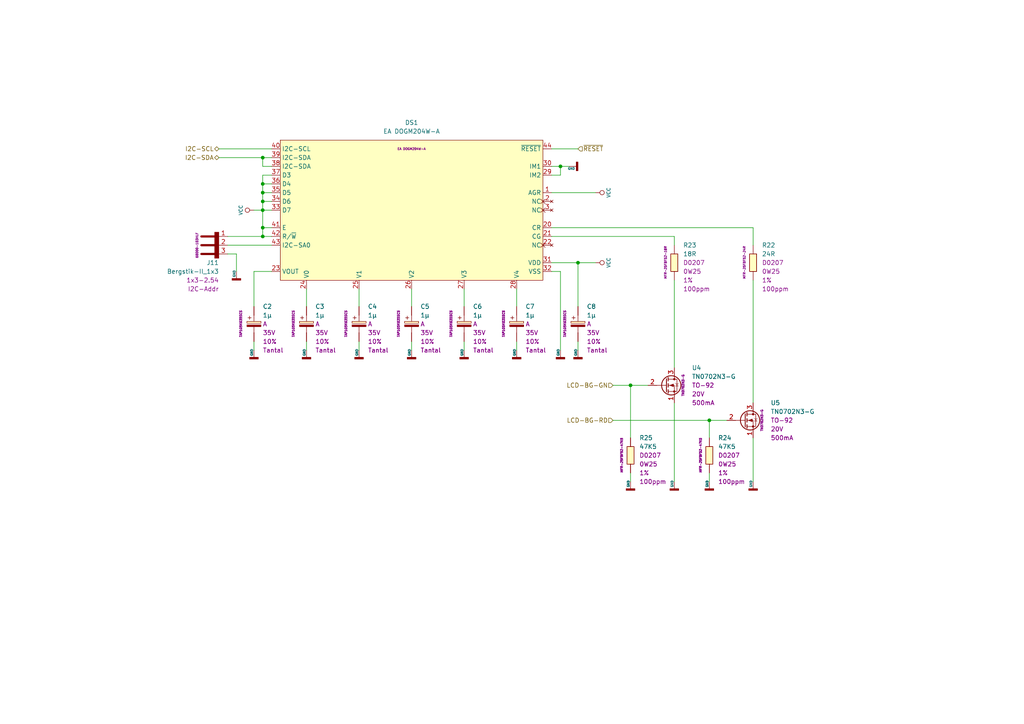
<source format=kicad_sch>
(kicad_sch (version 20231120) (generator "eeschema") (generator_version "8.0")
  (paper "A4")
  (lib_symbols
    (symbol "C.AVX.TAP:1µ.35V" (pin_numbers hide) (pin_names (offset 1.016) hide)
      (property "Reference" "C" (at 2.54 5.08 0))
      (property "Value" "1µ" (at 2.54 2.54 0))
      (property "Package" "A" (at 2.54 0 0))
      (property "Voltage" "35V" (at 2.54 -2.54 0))
      (property "Tolerance" "10%" (at 2.54 -5.08 0))
      (property "Dielectric" "Tantal" (at 2.54 -7.62 0))
      (property "ID" "TAP105K035SCS" (at -3.81 0 90))
      (symbol "1µ.35V_0_0"
        (text "+" (at -1.27 1.905 0) (effects (font (size 1.27 1.27))))
      )
      (symbol "1µ.35V_0_1"
        (rectangle (start -2.032 -0.254) (end 2.032 -0.762) (stroke (width 0.1524)) (fill (type outline)))
        (rectangle (start -2.032 0.254) (end 2.032 0.762) (stroke (width 0.1524)) (fill (type background)))
        (polyline (pts (xy 0 -2.54) (xy 0 -0.762)) (stroke (width 0.1524)))
        (polyline (pts (xy 0 0.762) (xy 0 2.54)) (stroke (width 0.1524)))
      )
      (symbol "1µ.35V_1_1"
        (pin passive line (at 0 5.08 270) (length 2.54) (name "~") (number "1"))
        (pin passive line (at 0 -5.08 90) (length 2.54) (name "~") (number "2"))
      )
    )
    (symbol "DS:EA-DOGM204W-A"
      (property "Reference" "DS" (at 0 25.4 0))
      (property "Value" "EA DOGM204W-A" (at 0 22.86 0))
      (property "ID" "EA DOGM204W-A" (at 0 17.78 0))
      (symbol "EA-DOGM204W-A_0_1"
        (rectangle (start -38.1 20.32) (end 38.1 -20.32) (fill (type background)))
      )
      (symbol "EA-DOGM204W-A_1_1"
        (pin passive line (at 40.64 5.08 180) (length 2.54) (name "A1") (number "1") (alternate "AGR" passive line) (alternate "NC" no_connect non_logic))
        (pin passive line (at 40.64 2.54 180) (length 2.54) (name "A2") (number "2") (alternate "NC" no_connect non_logic))
        (pin passive line (at 40.64 -5.08 180) (length 2.54) (name "C1") (number "20") (alternate "CR" passive line) (alternate "NC" no_connect non_logic))
        (pin passive line (at 40.64 -7.62 180) (length 2.54) (name "C2") (number "21") (alternate "CG" passive line) (alternate "NC" no_connect non_logic))
        (pin passive line (at 40.64 -10.16 180) (length 2.54) (name "C3") (number "22") (alternate "NC" no_connect non_logic))
        (pin passive line (at -40.64 -17.78 0) (length 2.54) (name "VOUT") (number "23"))
        (pin passive line (at -30.48 -22.86 90) (length 2.54) (name "V0") (number "24"))
        (pin passive line (at -15.24 -22.86 90) (length 2.54) (name "V1") (number "25"))
        (pin passive line (at 0 -22.86 90) (length 2.54) (name "V2") (number "26"))
        (pin passive line (at 15.24 -22.86 90) (length 2.54) (name "V3") (number "27"))
        (pin passive line (at 30.48 -22.86 90) (length 2.54) (name "V4") (number "28"))
        (pin input line (at 40.64 10.16 180) (length 2.54) (name "IM2") (number "29"))
        (pin passive line (at 40.64 0 180) (length 2.54) (name "A3") (number "3") (alternate "NC" no_connect non_logic))
        (pin input line (at 40.64 12.7 180) (length 2.54) (name "IM1") (number "30"))
        (pin power_in line (at 40.64 -15.24 180) (length 2.54) (name "VDD") (number "31"))
        (pin power_in line (at 40.64 -17.78 180) (length 2.54) (name "VSS") (number "32"))
        (pin input line (at -40.64 0 0) (length 2.54) (name "D7") (number "33") (alternate "NC" no_connect line))
        (pin input line (at -40.64 2.54 0) (length 2.54) (name "D6") (number "34"))
        (pin input line (at -40.64 5.08 0) (length 2.54) (name "D5") (number "35") (alternate "NC" no_connect line))
        (pin input line (at -40.64 7.62 0) (length 2.54) (name "D4") (number "36"))
        (pin input line (at -40.64 10.16 0) (length 2.54) (name "D3") (number "37"))
        (pin input line (at -40.64 12.7 0) (length 2.54) (name "D2") (number "38") (alternate "I2C-SDA" open_collector line))
        (pin input line (at -40.64 15.24 0) (length 2.54) (name "D1") (number "39") (alternate "I2C-SDA" open_collector line))
        (pin input line (at -40.64 17.78 0) (length 2.54) (name "D0") (number "40") (alternate "I2C-SCL" open_collector line))
        (pin input line (at -40.64 -5.08 0) (length 2.54) (name "E") (number "41"))
        (pin input line (at -40.64 -7.62 0) (length 2.54) (name "R/~{W}") (number "42"))
        (pin input line (at -40.64 -10.16 0) (length 2.54) (name "RS") (number "43") (alternate "I2C-SA0" input line))
        (pin input line (at 40.64 17.78 180) (length 2.54) (name "~{RESET}") (number "44"))
      )
    )
    (symbol "J.PinHeader:Bergstik-II_1x3" (pin_names (offset 0.002) hide)
      (property "Reference" "J" (at -2.54 -5.08 0))
      (property "Value" "Bergstik-II_1x3" (at -2.54 -7.62 0))
      (property "Package" "1x3-2.54" (at -2.54 -10.16 0))
      (property "Usage" "Usage" (at -2.54 -12.7 0))
      (property "ID" "68000-103HLF" (at 3.81 0 90))
      (symbol "Bergstik-II_1x3_0_1"
        (rectangle (start -2.54 3.81) (end -1.27 -3.81) (stroke (width 0.0005)) (fill (type outline)))
        (polyline (pts (xy -1.27 -2.54) (xy 2.54 -2.54)) (stroke (width 0.635)))
        (polyline (pts (xy -1.27 0) (xy 2.54 0)) (stroke (width 0.635)))
        (polyline (pts (xy -1.27 2.54) (xy 2.54 2.54)) (stroke (width 0.635)))
      )
      (symbol "Bergstik-II_1x3_1_1"
        (pin passive line (at -5.08 2.54 0) (length 2.54) (name "A1") (number "1"))
        (pin passive line (at -5.08 0 0) (length 2.54) (name "A2") (number "2"))
        (pin passive line (at -5.08 -2.54 0) (length 2.54) (name "A3") (number "3"))
      )
    )
    (symbol "Q:TN0702N3-G" (pin_names hide)
      (property "Reference" "U" (at 5.08 5.08 0))
      (property "Value" "TN0702N3-G" (at 5.08 2.54 0))
      (property "Package" "TO-92" (at 5.08 0 0))
      (property "ID" "TN0702N3-G" (at 2.54 0 90))
      (property "Voltage" "20V" (at 5.08 -2.54 0))
      (property "Current" "500mA" (at 5.08 -5.08 0))
      (symbol "TN0702N3-G_0_1"
        (circle (center -0.889 0) (radius 2.794) (stroke (width 0.254)))
        (circle (center 0 -1.778) (radius 0.254) (fill (type outline)))
        (polyline (pts (xy -2.286 0) (xy -5.08 0)))
        (polyline (pts (xy -2.286 1.905) (xy -2.286 -1.905)) (stroke (width 0.254)))
        (polyline (pts (xy -1.778 -1.27) (xy -1.778 -2.286)) (stroke (width 0.254)))
        (polyline (pts (xy -1.778 0.508) (xy -1.778 -0.508)) (stroke (width 0.254)))
        (polyline (pts (xy -1.778 2.286) (xy -1.778 1.27)) (stroke (width 0.254)))
        (polyline (pts (xy 0 2.54) (xy 0 1.778)))
        (polyline (pts (xy 0 -2.54) (xy 0 0) (xy -1.778 0)))
        (polyline (pts (xy -1.778 1.778) (xy 0.762 1.778) (xy 0.762 -1.778) (xy -1.778 -1.778)))
        (circle (center 0 1.778) (radius 0.254) (fill (type outline)))
      )
      (symbol "TN0702N3-G_1_1"
        (polyline (pts (xy -1.27 0) (xy -0.254 0.381) (xy -0.254 -0.381) (xy -1.27 0)) (fill (type outline)))
        (polyline (pts (xy 0.254 0.635) (xy 0.381 0.508) (xy 1.143 0.508) (xy 1.27 0.381)) (stroke (width 0.0254)))
        (polyline (pts (xy 0.762 0.381) (xy 0.381 -0.254) (xy 1.143 -0.254) (xy 0.762 0.381)) (stroke (width 0.0254)))
        (pin passive line (at 0 -5.08 90) (length 2.54) (name "S") (number "1"))
        (pin input line (at -7.62 0 0) (length 2.54) (name "G") (number "2"))
        (pin passive line (at 0 5.08 270) (length 2.54) (name "D") (number "3"))
      )
    )
    (symbol "R.Yageo.MFR25:MFR-25FBF52-18R" (pin_numbers hide) (pin_names (offset 1.016) hide)
      (property "Reference" "R" (at 2.54 5.08 0))
      (property "Value" "18R" (at 2.54 2.54 0))
      (property "ID" "MFR-25FBF52-18R" (at -2.54 0 90))
      (property "Package" "D0207" (at 2.54 0 0))
      (property "Power" "0W25" (at 2.54 -2.54 0))
      (property "Tolerance" "1%" (at 2.54 -5.08 0))
      (property "TK" "100ppm" (at 2.54 -7.62 0))
      (symbol "MFR-25FBF52-18R_0_1"
        (rectangle (start -1.016 2.54) (end 1.016 -2.54) (stroke (width 0.2032)) (fill (type background)))
      )
      (symbol "MFR-25FBF52-18R_1_1"
        (pin passive line (at 0 5.08 270) (length 2.54) (name "~") (number "1"))
        (pin passive line (at 0 -5.08 90) (length 2.54) (name "~") (number "2"))
      )
    )
    (symbol "R.Yageo.MFR25:MFR-25FBF52-24R" (pin_numbers hide) (pin_names (offset 1.016) hide)
      (property "Reference" "R" (at 2.54 5.08 0))
      (property "Value" "24R" (at 2.54 2.54 0))
      (property "ID" "MFR-25FBF52-24R" (at -2.54 0 90))
      (property "Package" "D0207" (at 2.54 0 0))
      (property "Power" "0W25" (at 2.54 -2.54 0))
      (property "Tolerance" "1%" (at 2.54 -5.08 0))
      (property "TK" "100ppm" (at 2.54 -7.62 0))
      (symbol "MFR-25FBF52-24R_0_1"
        (rectangle (start -1.016 2.54) (end 1.016 -2.54) (stroke (width 0.2032)) (fill (type background)))
      )
      (symbol "MFR-25FBF52-24R_1_1"
        (pin passive line (at 0 5.08 270) (length 2.54) (name "~") (number "1"))
        (pin passive line (at 0 -5.08 90) (length 2.54) (name "~") (number "2"))
      )
    )
    (symbol "R.Yageo.MFR25:MFR-25FBF52-47K5" (pin_numbers hide) (pin_names (offset 1.016) hide)
      (property "Reference" "R" (at 2.54 5.08 0))
      (property "Value" "47K5" (at 2.54 2.54 0))
      (property "ID" "MFR-25FBF52-47K5" (at -2.54 0 90))
      (property "Package" "D0207" (at 2.54 0 0))
      (property "Power" "0W25" (at 2.54 -2.54 0))
      (property "Tolerance" "1%" (at 2.54 -5.08 0))
      (property "TK" "100ppm" (at 2.54 -7.62 0))
      (symbol "MFR-25FBF52-47K5_0_1"
        (rectangle (start -1.016 2.54) (end 1.016 -2.54) (stroke (width 0.2032)) (fill (type background)))
      )
      (symbol "MFR-25FBF52-47K5_1_1"
        (pin passive line (at 0 5.08 270) (length 2.54) (name "~") (number "1"))
        (pin passive line (at 0 -5.08 90) (length 2.54) (name "~") (number "2"))
      )
    )
    (symbol "Supply:GND" (power) (pin_numbers hide) (pin_names (offset 0) hide)
      (property "Value" "GND" (at -0.635 -0.635 90))
      (symbol "GND_0_1"
        (rectangle (start -1.27 -2.032) (end 1.27 -2.54) (stroke (width 0.1524)) (fill (type outline)))
        (polyline (pts (xy 0 0) (xy 0 -2.032)) (stroke (width 0.1524)))
      )
      (symbol "GND_1_1"
        (pin power_in line (at 0 0 270) (length 0) hide (name "GND") (number "1"))
      )
    )
    (symbol "Supply:VCC" (power) (pin_numbers hide) (pin_names (offset 0) hide)
      (property "Value" "VCC" (at 0 3.81 0))
      (symbol "VCC_0_1"
        (polyline (pts (xy 0 0) (xy 0 1.27)))
        (circle (center 0 1.905) (radius 0.635))
      )
      (symbol "VCC_1_1"
        (pin power_in line (at 0 0 90) (length 0) hide (name "VCC") (number "1"))
      )
    )
  )
  (junction (at 76.2 45.72))
  (junction (at 76.2 60.96))
  (junction (at 76.2 66.04))
  (junction (at 167.64 76.2))
  (junction (at 76.2 53.34))
  (junction (at 76.2 68.58))
  (junction (at 76.2 58.42))
  (junction (at 205.74 121.92))
  (junction (at 182.88 111.76))
  (junction (at 162.56 48.26))
  (junction (at 76.2 55.88))
  (wire (pts (xy 162.56 78.74) (xy 162.56 101.6)))
  (wire (pts (xy 160.02 48.26) (xy 162.56 48.26)))
  (wire (pts (xy 134.62 99.06) (xy 134.62 101.6)))
  (wire (pts (xy 167.64 76.2) (xy 167.64 88.9)))
  (wire (pts (xy 76.2 66.04) (xy 78.74 66.04)))
  (wire (pts (xy 160.02 55.88) (xy 172.72 55.88)))
  (wire (pts (xy 73.66 99.06) (xy 73.66 101.6)))
  (wire (pts (xy 119.38 99.06) (xy 119.38 101.6)))
  (wire (pts (xy 162.56 48.26) (xy 162.56 50.8)))
  (wire (pts (xy 76.2 58.42) (xy 78.74 58.42)))
  (wire (pts (xy 134.62 83.82) (xy 134.62 88.9)))
  (wire (pts (xy 63.5 43.18) (xy 78.74 43.18)))
  (wire (pts (xy 76.2 55.88) (xy 76.2 58.42)))
  (wire (pts (xy 218.44 81.28) (xy 218.44 116.84)))
  (wire (pts (xy 104.14 99.06) (xy 104.14 101.6)))
  (wire (pts (xy 76.2 50.8) (xy 76.2 53.34)))
  (wire (pts (xy 182.88 111.76) (xy 187.96 111.76)))
  (wire (pts (xy 76.2 53.34) (xy 78.74 53.34)))
  (wire (pts (xy 76.2 45.72) (xy 78.74 45.72)))
  (wire (pts (xy 76.2 68.58) (xy 78.74 68.58)))
  (wire (pts (xy 149.86 83.82) (xy 149.86 88.9)))
  (wire (pts (xy 195.58 68.58) (xy 195.58 71.12)))
  (wire (pts (xy 167.64 99.06) (xy 167.64 101.6)))
  (wire (pts (xy 182.88 137.16) (xy 182.88 139.7)))
  (wire (pts (xy 167.64 76.2) (xy 172.72 76.2)))
  (wire (pts (xy 160.02 43.18) (xy 167.64 43.18)))
  (wire (pts (xy 162.56 48.26) (xy 165.1 48.26)))
  (wire (pts (xy 76.2 60.96) (xy 78.74 60.96)))
  (wire (pts (xy 73.66 60.96) (xy 76.2 60.96)))
  (wire (pts (xy 195.58 81.28) (xy 195.58 106.68)))
  (wire (pts (xy 73.66 78.74) (xy 78.74 78.74)))
  (wire (pts (xy 76.2 45.72) (xy 76.2 48.26)))
  (wire (pts (xy 177.8 121.92) (xy 205.74 121.92)))
  (wire (pts (xy 182.88 111.76) (xy 182.88 127)))
  (wire (pts (xy 76.2 48.26) (xy 78.74 48.26)))
  (wire (pts (xy 160.02 76.2) (xy 167.64 76.2)))
  (wire (pts (xy 205.74 121.92) (xy 210.82 121.92)))
  (wire (pts (xy 76.2 60.96) (xy 76.2 66.04)))
  (wire (pts (xy 160.02 50.8) (xy 162.56 50.8)))
  (wire (pts (xy 88.9 83.82) (xy 88.9 88.9)))
  (wire (pts (xy 68.58 73.66) (xy 68.58 78.74)))
  (wire (pts (xy 63.5 45.72) (xy 76.2 45.72)))
  (wire (pts (xy 218.44 66.04) (xy 218.44 71.12)))
  (wire (pts (xy 66.04 73.66) (xy 68.58 73.66)))
  (wire (pts (xy 205.74 121.92) (xy 205.74 127)))
  (wire (pts (xy 160.02 78.74) (xy 162.56 78.74)))
  (wire (pts (xy 76.2 58.42) (xy 76.2 60.96)))
  (wire (pts (xy 76.2 55.88) (xy 78.74 55.88)))
  (wire (pts (xy 88.9 99.06) (xy 88.9 101.6)))
  (wire (pts (xy 218.44 127) (xy 218.44 139.7)))
  (wire (pts (xy 160.02 68.58) (xy 195.58 68.58)))
  (wire (pts (xy 119.38 83.82) (xy 119.38 88.9)))
  (wire (pts (xy 160.02 66.04) (xy 218.44 66.04)))
  (wire (pts (xy 76.2 53.34) (xy 76.2 55.88)))
  (wire (pts (xy 76.2 66.04) (xy 76.2 68.58)))
  (wire (pts (xy 104.14 83.82) (xy 104.14 88.9)))
  (wire (pts (xy 195.58 116.84) (xy 195.58 139.7)))
  (wire (pts (xy 66.04 68.58) (xy 76.2 68.58)))
  (wire (pts (xy 66.04 71.12) (xy 78.74 71.12)))
  (wire (pts (xy 73.66 78.74) (xy 73.66 88.9)))
  (wire (pts (xy 177.8 111.76) (xy 182.88 111.76)))
  (wire (pts (xy 205.74 137.16) (xy 205.74 139.7)))
  (wire (pts (xy 76.2 50.8) (xy 78.74 50.8)))
  (wire (pts (xy 149.86 99.06) (xy 149.86 101.6)))
  (hierarchical_label "LCD-BG-RD" (shape input) (at 177.8 121.92 180))
  (hierarchical_label "I2C-SCL" (shape bidirectional) (at 63.5 43.18 180))
  (hierarchical_label "I2C-SDA" (shape bidirectional) (at 63.5 45.72 180))
  (hierarchical_label "~{RESET}" (shape input) (at 167.64 43.18 0))
  (hierarchical_label "LCD-BG-GN" (shape input) (at 177.8 111.76 180))
  (symbol (lib_id "Supply:GND") (at 162.56 101.6 0) (unit 1)
    (property "Reference" "#PWR032" (effects (hide yes)))
    (property "Value" "GND" (at 161.925 102.235 90) (effects (font (size 0.635 0.635))))
    (property "Description" "Power flag, ground" (effects (hide yes)))
  )
  (symbol (lib_id "Supply:GND") (at 182.88 139.7 0) (unit 1)
    (property "Reference" "#PWR047" (effects (hide yes)))
    (property "Value" "GND" (at 182.245 140.335 90) (effects (font (size 0.635 0.635))))
    (property "Description" "Power flag, ground" (effects (hide yes)))
  )
  (symbol (lib_id "C.AVX.TAP:1µ.35V") (at 149.86 93.98 0) (unit 1)
    (property "Reference" "C7" (at 152.4 88.9 0) (effects (justify left)))
    (property "Value" "1µ" (at 152.4 91.44 0) (effects (justify left)))
    (property "Footprint" "Capacitor_THT:CP_Radial_Tantal_D4.5mm_P2.50mm" (effects (hide yes)))
    (property "Datasheet" "https://datasheets.kyocera-avx.com/tap.pdf" (effects (hide yes)))
    (property "Description" "SOLID TANTALUM RESIN DIPPED TAP/TEP" (effects (hide yes)))
    (property "Package" "A" (at 152.4 93.98 0) (effects (justify left)))
    (property "Voltage" "35V" (at 152.4 96.52 0) (effects (justify left)))
    (property "Tolerance" "10%" (at 152.4 99.06 0) (effects (justify left)))
    (property "Dielectric" "Tantal" (at 152.4 101.6 0) (effects (justify left)))
    (property "ID" "TAP105K035SCS" (at 146.05 93.98 90) (effects (font (size 0.635 0.635) (italic yes))))
  )
  (symbol (lib_id "J.PinHeader:Bergstik-II_1x3") (at 60.96 71.12 0) (mirror y) (unit 1)
    (property "Reference" "J11" (at 63.5 76.2 0) (effects (justify left)))
    (property "Value" "Bergstik-II_1x3" (at 63.5 78.74 0) (effects (justify left)))
    (property "Footprint" "Connector_PinHeader_2.54mm:PinHeader_1x03_P2.54mm_Vertical" (effects (hide yes)))
    (property "Datasheet" "https://cdn.amphenol-icc.com/media/wysiwyg/files/drawing/68000.pdf?__cf_chl_jschl_tk__=264da0a199af1bdefb04026963ad3c85a073036f-1615910483-0-AaX8LtgG8apEDzGIqgzQ0aoAKWkj50oj4JyeD-4a-BjpVTotUkz0b9CwK48SctxW9RfQ29uHK-g8U4Q7W950UfkLI47M2h-zbxXP0QVGLOROToQCZGWcFC-c_QilEUacZTRKDvvL4FAsQqyycsf3m4Eg-isf3_QP12ONd_wWQcMNK-LuQ3eyU0ZB_uGz-1tHBPJYyv3B6ZQ-xQw3v8oWI_eE_zzEWbIWrLFoFf6eZXoAoT5Y4wJiyDXoV-vBmq5F4mSG8H7EqnWkU4EpxDA2-swokem-Q60MTknd4E9RK0nSmJU_PhEDac0Sb3Im75HD1QHXcTu1yMJzQCNpgpofH-wmgz79VfPk4ttpW38ZPDdPIxv_B7gR4gWWdhvgQyW6byYqLE8E5a8tpA31lZkCN19ufDO8SqP6UAFJscCeeydKEgOe2Ksu_LJQubib6v3-6A" (effects (hide yes)))
    (property "Description" "Jumper, 3-pole, open" (effects (hide yes)))
    (property "Package" "1x3-2.54" (at 63.5 81.28 0) (effects (justify left)))
    (property "Usage" "I2C-Addr" (at 63.5 83.82 0) (effects (justify left)))
    (property "ID" "68000-103HLF" (at 57.15 71.12 90) (effects (font (size 0.635 0.635))))
  )
  (symbol (lib_id "Supply:GND") (at 205.74 139.7 0) (unit 1)
    (property "Reference" "#PWR048" (effects (hide yes)))
    (property "Value" "GND" (at 205.105 140.335 90) (effects (font (size 0.635 0.635))))
    (property "Description" "Power flag, ground" (effects (hide yes)))
  )
  (symbol (lib_id "C.AVX.TAP:1µ.35V") (at 104.14 93.98 0) (unit 1)
    (property "Reference" "C4" (at 106.68 88.9 0) (effects (justify left)))
    (property "Value" "1µ" (at 106.68 91.44 0) (effects (justify left)))
    (property "Footprint" "Capacitor_THT:CP_Radial_Tantal_D4.5mm_P2.50mm" (effects (hide yes)))
    (property "Datasheet" "https://datasheets.kyocera-avx.com/tap.pdf" (effects (hide yes)))
    (property "Description" "SOLID TANTALUM RESIN DIPPED TAP/TEP" (effects (hide yes)))
    (property "Package" "A" (at 106.68 93.98 0) (effects (justify left)))
    (property "Voltage" "35V" (at 106.68 96.52 0) (effects (justify left)))
    (property "Tolerance" "10%" (at 106.68 99.06 0) (effects (justify left)))
    (property "Dielectric" "Tantal" (at 106.68 101.6 0) (effects (justify left)))
    (property "ID" "TAP105K035SCS" (at 100.33 93.98 90) (effects (font (size 0.635 0.635) (italic yes))))
  )
  (symbol (lib_id "Supply:VCC") (at 172.72 76.2 270) (unit 1)
    (property "Reference" "#PWR035" (effects (hide yes)))
    (property "Value" "VCC" (at 176.53 76.2 0) (effects (font (size 1.016 1.016))))
    (property "Description" "Power flag, VCC" (effects (hide yes)))
  )
  (symbol (lib_id "Supply:GND") (at 218.44 139.7 0) (unit 1)
    (property "Reference" "#PWR050" (effects (hide yes)))
    (property "Value" "GND" (at 217.805 140.335 90) (effects (font (size 0.635 0.635))))
    (property "Description" "Power flag, ground" (effects (hide yes)))
  )
  (symbol (lib_id "Supply:GND") (at 165.1 48.26 90) (unit 1)
    (property "Reference" "#PWR033" (effects (hide yes)))
    (property "Value" "GND" (at 165.735 48.895 90) (effects (font (size 0.635 0.635))))
    (property "Description" "Power flag, ground" (effects (hide yes)))
  )
  (symbol (lib_id "Supply:VCC") (at 73.66 60.96 90) (unit 1)
    (property "Reference" "#PWR025" (effects (hide yes)))
    (property "Value" "VCC" (at 69.85 60.96 0) (effects (font (size 1.016 1.016))))
    (property "Description" "Power flag, VCC" (effects (hide yes)))
  )
  (symbol (lib_id "C.AVX.TAP:1µ.35V") (at 167.64 93.98 0) (unit 1)
    (property "Reference" "C8" (at 170.18 88.9 0) (effects (justify left)))
    (property "Value" "1µ" (at 170.18 91.44 0) (effects (justify left)))
    (property "Footprint" "Capacitor_THT:CP_Radial_Tantal_D4.5mm_P2.50mm" (effects (hide yes)))
    (property "Datasheet" "https://datasheets.kyocera-avx.com/tap.pdf" (effects (hide yes)))
    (property "Description" "SOLID TANTALUM RESIN DIPPED TAP/TEP" (effects (hide yes)))
    (property "Package" "A" (at 170.18 93.98 0) (effects (justify left)))
    (property "Voltage" "35V" (at 170.18 96.52 0) (effects (justify left)))
    (property "Tolerance" "10%" (at 170.18 99.06 0) (effects (justify left)))
    (property "Dielectric" "Tantal" (at 170.18 101.6 0) (effects (justify left)))
    (property "ID" "TAP105K035SCS" (at 163.83 93.98 90) (effects (font (size 0.635 0.635) (italic yes))))
  )
  (symbol (lib_id "R.Yageo.MFR25:MFR-25FBF52-24R") (at 218.44 76.2 0) (unit 1)
    (property "Reference" "R22" (at 220.98 71.12 0) (effects (justify left)))
    (property "Value" "24R" (at 220.98 73.66 0) (effects (justify left)))
    (property "Footprint" "Resistor_THT:R_Axial_DIN0207_L6.3mm_D2.5mm_P10.16mm_Horizontal" (effects (hide yes)))
    (property "Datasheet" "https://www.yageo.com/upload/media/product/productsearch/datasheet/lr/YAGEO%20MFR_datasheet_2021v1.pdf" (effects (hide yes)))
    (property "Description" "General Purpose Metal Film Resistor" (effects (hide yes)))
    (property "Package" "D0207" (at 220.98 76.2 0) (effects (justify left)))
    (property "Power" "0W25" (at 220.98 78.74 0) (effects (justify left)))
    (property "Tolerance" "1%" (at 220.98 81.28 0) (effects (justify left)))
    (property "TK" "100ppm" (at 220.98 83.82 0) (effects (justify left)))
    (property "ID" "MFR-25FBF52-24R" (at 215.9 76.2 90) (effects (font (size 0.635 0.635) (italic yes))))
  )
  (symbol (lib_id "Supply:GND") (at 167.64 101.6 0) (unit 1)
    (property "Reference" "#PWR034" (effects (hide yes)))
    (property "Value" "GND" (at 167.005 102.235 90) (effects (font (size 0.635 0.635))))
    (property "Description" "Power flag, ground" (effects (hide yes)))
  )
  (symbol (lib_id "R.Yageo.MFR25:MFR-25FBF52-47K5") (at 205.74 132.08 0) (unit 1)
    (property "Reference" "R24" (at 208.28 127 0) (effects (justify left)))
    (property "Value" "47K5" (at 208.28 129.54 0) (effects (justify left)))
    (property "Footprint" "Resistor_THT:R_Axial_DIN0207_L6.3mm_D2.5mm_P10.16mm_Horizontal" (effects (hide yes)))
    (property "Datasheet" "https://www.yageo.com/upload/media/product/productsearch/datasheet/lr/YAGEO%20MFR_datasheet_2021v1.pdf" (effects (hide yes)))
    (property "Description" "General Purpose Metal Film Resistor" (effects (hide yes)))
    (property "ID" "MFR-25FBF52-47K5" (at 203.2 132.08 90) (effects (font (size 0.635 0.635) (italic yes))))
    (property "Package" "D0207" (at 208.28 132.08 0) (effects (justify left)))
    (property "Power" "0W25" (at 208.28 134.62 0) (effects (justify left)))
    (property "Tolerance" "1%" (at 208.28 137.16 0) (effects (justify left)))
    (property "TK" "100ppm" (at 208.28 139.7 0) (effects (justify left)))
  )
  (symbol (lib_id "Supply:GND") (at 73.66 101.6 0) (unit 1)
    (property "Reference" "#PWR026" (effects (hide yes)))
    (property "Value" "GND" (at 73.025 102.235 90) (effects (font (size 0.635 0.635))))
    (property "Description" "Power flag, ground" (effects (hide yes)))
  )
  (symbol (lib_id "R.Yageo.MFR25:MFR-25FBF52-18R") (at 195.58 76.2 0) (unit 1)
    (property "Reference" "R23" (at 198.12 71.12 0) (effects (justify left)))
    (property "Value" "18R" (at 198.12 73.66 0) (effects (justify left)))
    (property "Footprint" "Resistor_THT:R_Axial_DIN0207_L6.3mm_D2.5mm_P10.16mm_Horizontal" (effects (hide yes)))
    (property "Datasheet" "https://www.yageo.com/upload/media/product/productsearch/datasheet/lr/YAGEO%20MFR_datasheet_2021v1.pdf" (effects (hide yes)))
    (property "Description" "General Purpose Metal Film Resistor" (effects (hide yes)))
    (property "ID" "MFR-25FBF52-18R" (at 193.04 76.2 90) (effects (font (size 0.635 0.635) (italic yes))))
    (property "Package" "D0207" (at 198.12 76.2 0) (effects (justify left)))
    (property "Power" "0W25" (at 198.12 78.74 0) (effects (justify left)))
    (property "Tolerance" "1%" (at 198.12 81.28 0) (effects (justify left)))
    (property "TK" "100ppm" (at 198.12 83.82 0) (effects (justify left)))
  )
  (symbol (lib_id "Supply:GND") (at 134.62 101.6 0) (unit 1)
    (property "Reference" "#PWR030" (effects (hide yes)))
    (property "Value" "GND" (at 133.985 102.235 90) (effects (font (size 0.635 0.635))))
    (property "Description" "Power flag, ground" (effects (hide yes)))
  )
  (symbol (lib_id "Supply:GND") (at 104.14 101.6 0) (unit 1)
    (property "Reference" "#PWR028" (effects (hide yes)))
    (property "Value" "GND" (at 103.505 102.235 90) (effects (font (size 0.635 0.635))))
    (property "Description" "Power flag, ground" (effects (hide yes)))
  )
  (symbol (lib_id "C.AVX.TAP:1µ.35V") (at 73.66 93.98 0) (unit 1)
    (property "Reference" "C2" (at 76.2 88.9 0) (effects (justify left)))
    (property "Value" "1µ" (at 76.2 91.44 0) (effects (justify left)))
    (property "Footprint" "Capacitor_THT:CP_Radial_Tantal_D4.5mm_P2.50mm" (effects (hide yes)))
    (property "Datasheet" "https://datasheets.kyocera-avx.com/tap.pdf" (effects (hide yes)))
    (property "Description" "SOLID TANTALUM RESIN DIPPED TAP/TEP" (effects (hide yes)))
    (property "Package" "A" (at 76.2 93.98 0) (effects (justify left)))
    (property "Voltage" "35V" (at 76.2 96.52 0) (effects (justify left)))
    (property "Tolerance" "10%" (at 76.2 99.06 0) (effects (justify left)))
    (property "Dielectric" "Tantal" (at 76.2 101.6 0) (effects (justify left)))
    (property "ID" "TAP105K035SCS" (at 69.85 93.98 90) (effects (font (size 0.635 0.635) (italic yes))))
  )
  (symbol (lib_id "Supply:GND") (at 119.38 101.6 0) (unit 1)
    (property "Reference" "#PWR029" (effects (hide yes)))
    (property "Value" "GND" (at 118.745 102.235 90) (effects (font (size 0.635 0.635))))
    (property "Description" "Power flag, ground" (effects (hide yes)))
  )
  (symbol (lib_id "C.AVX.TAP:1µ.35V") (at 134.62 93.98 0) (unit 1)
    (property "Reference" "C6" (at 137.16 88.9 0) (effects (justify left)))
    (property "Value" "1µ" (at 137.16 91.44 0) (effects (justify left)))
    (property "Footprint" "Capacitor_THT:CP_Radial_Tantal_D4.5mm_P2.50mm" (effects (hide yes)))
    (property "Datasheet" "https://datasheets.kyocera-avx.com/tap.pdf" (effects (hide yes)))
    (property "Description" "SOLID TANTALUM RESIN DIPPED TAP/TEP" (effects (hide yes)))
    (property "Package" "A" (at 137.16 93.98 0) (effects (justify left)))
    (property "Voltage" "35V" (at 137.16 96.52 0) (effects (justify left)))
    (property "Tolerance" "10%" (at 137.16 99.06 0) (effects (justify left)))
    (property "Dielectric" "Tantal" (at 137.16 101.6 0) (effects (justify left)))
    (property "ID" "TAP105K035SCS" (at 130.81 93.98 90) (effects (font (size 0.635 0.635) (italic yes))))
  )
  (symbol (lib_id "Supply:GND") (at 68.58 78.74 0) (unit 1)
    (property "Reference" "#PWR024" (effects (hide yes)))
    (property "Value" "GND" (at 67.945 79.375 90) (effects (font (size 0.635 0.635))))
    (property "Description" "Power flag, ground" (effects (hide yes)))
  )
  (symbol (lib_id "DS:EA-DOGM204W-A") (at 119.38 60.96 0) (unit 1)
    (property "Reference" "DS1" (at 119.38 35.56 0))
    (property "Value" "EA DOGM204W-A" (at 119.38 38.1 0))
    (property "Footprint" "BTech.Display:EA-DOGM204-A" (effects (hide yes)))
    (property "Datasheet" "https://www.lcd-module.de/fileadmin/pdf/doma/dogm204.pdf" (effects (hide yes)))
    (property "Description" "LCD-MODUL 4x20 - 4.8 mm, white background transflective" (effects (hide yes)))
    (property "ID" "EA DOGM204W-A" (at 119.38 43.18 0) (effects (font (size 0.635 0.635))))
    (pin "39" (alternate "I2C-SDA"))
    (pin "40" (alternate "I2C-SCL"))
    (pin "38" (alternate "I2C-SDA"))
    (pin "43" (alternate "I2C-SA0"))
    (pin "22" (alternate "NC"))
    (pin "20" (alternate "CR"))
    (pin "3" (alternate "NC"))
    (pin "2" (alternate "NC"))
    (pin "21" (alternate "CG"))
    (pin "1" (alternate "AGR"))
  )
  (symbol (lib_id "R.Yageo.MFR25:MFR-25FBF52-47K5") (at 182.88 132.08 0) (unit 1)
    (property "Reference" "R25" (at 185.42 127 0) (effects (justify left)))
    (property "Value" "47K5" (at 185.42 129.54 0) (effects (justify left)))
    (property "Footprint" "Resistor_THT:R_Axial_DIN0207_L6.3mm_D2.5mm_P10.16mm_Horizontal" (effects (hide yes)))
    (property "Datasheet" "https://www.yageo.com/upload/media/product/productsearch/datasheet/lr/YAGEO%20MFR_datasheet_2021v1.pdf" (effects (hide yes)))
    (property "Description" "General Purpose Metal Film Resistor" (effects (hide yes)))
    (property "ID" "MFR-25FBF52-47K5" (at 180.34 132.08 90) (effects (font (size 0.635 0.635) (italic yes))))
    (property "Package" "D0207" (at 185.42 132.08 0) (effects (justify left)))
    (property "Power" "0W25" (at 185.42 134.62 0) (effects (justify left)))
    (property "Tolerance" "1%" (at 185.42 137.16 0) (effects (justify left)))
    (property "TK" "100ppm" (at 185.42 139.7 0) (effects (justify left)))
  )
  (symbol (lib_id "C.AVX.TAP:1µ.35V") (at 88.9 93.98 0) (unit 1)
    (property "Reference" "C3" (at 91.44 88.9 0) (effects (justify left)))
    (property "Value" "1µ" (at 91.44 91.44 0) (effects (justify left)))
    (property "Footprint" "Capacitor_THT:CP_Radial_Tantal_D4.5mm_P2.50mm" (effects (hide yes)))
    (property "Datasheet" "https://datasheets.kyocera-avx.com/tap.pdf" (effects (hide yes)))
    (property "Description" "SOLID TANTALUM RESIN DIPPED TAP/TEP" (effects (hide yes)))
    (property "Package" "A" (at 91.44 93.98 0) (effects (justify left)))
    (property "Voltage" "35V" (at 91.44 96.52 0) (effects (justify left)))
    (property "Tolerance" "10%" (at 91.44 99.06 0) (effects (justify left)))
    (property "Dielectric" "Tantal" (at 91.44 101.6 0) (effects (justify left)))
    (property "ID" "TAP105K035SCS" (at 85.09 93.98 90) (effects (font (size 0.635 0.635) (italic yes))))
  )
  (symbol (lib_id "Supply:GND") (at 149.86 101.6 0) (unit 1)
    (property "Reference" "#PWR031" (effects (hide yes)))
    (property "Value" "GND" (at 149.225 102.235 90) (effects (font (size 0.635 0.635))))
    (property "Description" "Power flag, ground" (effects (hide yes)))
  )
  (symbol (lib_id "Supply:GND") (at 195.58 139.7 0) (unit 1)
    (property "Reference" "#PWR049" (effects (hide yes)))
    (property "Value" "GND" (at 194.945 140.335 90) (effects (font (size 0.635 0.635))))
    (property "Description" "Power flag, ground" (effects (hide yes)))
  )
  (symbol (lib_id "C.AVX.TAP:1µ.35V") (at 119.38 93.98 0) (unit 1)
    (property "Reference" "C5" (at 121.92 88.9 0) (effects (justify left)))
    (property "Value" "1µ" (at 121.92 91.44 0) (effects (justify left)))
    (property "Footprint" "Capacitor_THT:CP_Radial_Tantal_D4.5mm_P2.50mm" (effects (hide yes)))
    (property "Datasheet" "https://datasheets.kyocera-avx.com/tap.pdf" (effects (hide yes)))
    (property "Description" "SOLID TANTALUM RESIN DIPPED TAP/TEP" (effects (hide yes)))
    (property "Package" "A" (at 121.92 93.98 0) (effects (justify left)))
    (property "Voltage" "35V" (at 121.92 96.52 0) (effects (justify left)))
    (property "Tolerance" "10%" (at 121.92 99.06 0) (effects (justify left)))
    (property "Dielectric" "Tantal" (at 121.92 101.6 0) (effects (justify left)))
    (property "ID" "TAP105K035SCS" (at 115.57 93.98 90) (effects (font (size 0.635 0.635) (italic yes))))
  )
  (symbol (lib_id "Supply:VCC") (at 172.72 55.88 270) (unit 1)
    (property "Reference" "#PWR046" (effects (hide yes)))
    (property "Value" "VCC" (at 176.53 55.88 0) (effects (font (size 1.016 1.016))))
    (property "Description" "Power flag, VCC" (effects (hide yes)))
  )
  (symbol (lib_id "Q:TN0702N3-G") (at 195.58 111.76 0) (unit 1)
    (property "Reference" "U4" (at 200.66 106.68 0) (effects (justify left)))
    (property "Value" "TN0702N3-G" (at 200.66 109.22 0) (effects (justify left)))
    (property "Footprint" "Package_TO_SOT_THT:TO-92" (effects (hide yes)))
    (property "Datasheet" "https://ww1.microchip.com/downloads/en/DeviceDoc/TN0702%20C080813.pdf" (effects (hide yes)))
    (property "Description" "Logic level N-Channel Enhancement-Mode Vertical DMOS FET" (effects (hide yes)))
    (property "Package" "TO-92" (at 200.66 111.76 0) (effects (justify left)))
    (property "ID" "TN0702N3-G" (at 198.12 111.76 90) (effects (font (size 0.635 0.635))))
    (property "Voltage" "20V" (at 200.66 114.3 0) (effects (justify left)))
    (property "Current" "500mA" (at 200.66 116.84 0) (effects (justify left)))
  )
  (symbol (lib_id "Q:TN0702N3-G") (at 218.44 121.92 0) (unit 1)
    (property "Reference" "U5" (at 223.52 116.84 0) (effects (justify left)))
    (property "Value" "TN0702N3-G" (at 223.52 119.38 0) (effects (justify left)))
    (property "Footprint" "Package_TO_SOT_THT:TO-92" (effects (hide yes)))
    (property "Datasheet" "https://ww1.microchip.com/downloads/en/DeviceDoc/TN0702%20C080813.pdf" (effects (hide yes)))
    (property "Description" "Logic level N-Channel Enhancement-Mode Vertical DMOS FET" (effects (hide yes)))
    (property "Package" "TO-92" (at 223.52 121.92 0) (effects (justify left)))
    (property "ID" "TN0702N3-G" (at 220.98 121.92 90) (effects (font (size 0.635 0.635))))
    (property "Voltage" "20V" (at 223.52 124.46 0) (effects (justify left)))
    (property "Current" "500mA" (at 223.52 127 0) (effects (justify left)))
  )
  (symbol (lib_id "Supply:GND") (at 88.9 101.6 0) (unit 1)
    (property "Reference" "#PWR027" (effects (hide yes)))
    (property "Value" "GND" (at 88.265 102.235 90) (effects (font (size 0.635 0.635))))
    (property "Description" "Power flag, ground" (effects (hide yes)))
  )
)
</source>
